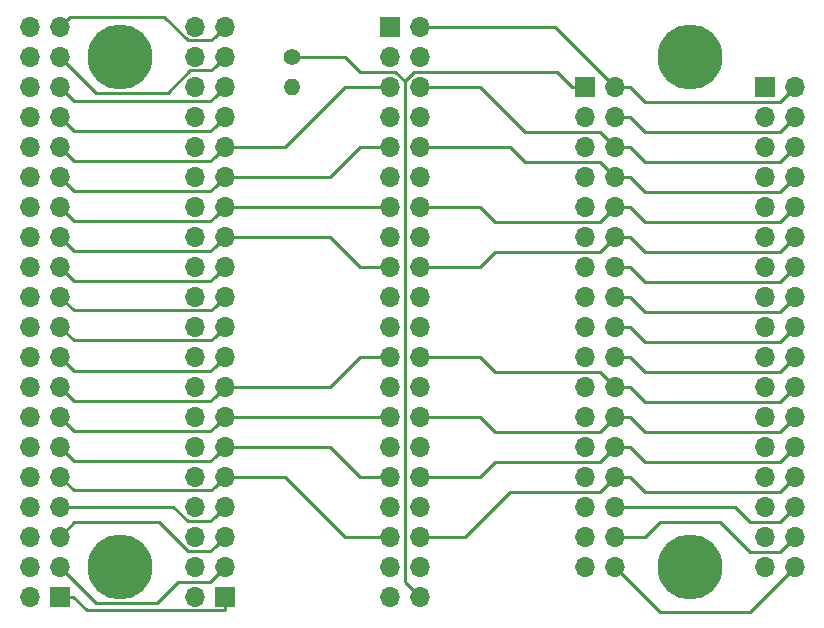
<source format=gbr>
G04 #@! TF.GenerationSoftware,KiCad,Pcbnew,(5.0.0)*
G04 #@! TF.CreationDate,2019-03-31T19:03:55-07:00*
G04 #@! TF.ProjectId,ulx3s_to_adda,756C7833735F746F5F616464612E6B69,rev?*
G04 #@! TF.SameCoordinates,Original*
G04 #@! TF.FileFunction,Copper,L1,Top,Signal*
G04 #@! TF.FilePolarity,Positive*
%FSLAX46Y46*%
G04 Gerber Fmt 4.6, Leading zero omitted, Abs format (unit mm)*
G04 Created by KiCad (PCBNEW (5.0.0)) date 03/31/19 19:03:55*
%MOMM*%
%LPD*%
G01*
G04 APERTURE LIST*
G04 #@! TA.AperFunction,ComponentPad*
%ADD10O,1.400000X1.400000*%
G04 #@! TD*
G04 #@! TA.AperFunction,ComponentPad*
%ADD11C,1.400000*%
G04 #@! TD*
G04 #@! TA.AperFunction,ComponentPad*
%ADD12R,1.700000X1.700000*%
G04 #@! TD*
G04 #@! TA.AperFunction,ComponentPad*
%ADD13O,1.700000X1.700000*%
G04 #@! TD*
G04 #@! TA.AperFunction,ComponentPad*
%ADD14C,5.500000*%
G04 #@! TD*
G04 #@! TA.AperFunction,Conductor*
%ADD15C,0.250000*%
G04 #@! TD*
G04 APERTURE END LIST*
D10*
G04 #@! TO.P,R1,2*
G04 #@! TO.N,/GND37*
X139065000Y-88900000D03*
D11*
G04 #@! TO.P,R1,1*
G04 #@! TO.N,/DCOM*
X139065000Y-86360000D03*
G04 #@! TD*
D12*
G04 #@! TO.P,J5,1*
G04 #@! TO.N,/DCOM*
X179070000Y-88900000D03*
D13*
G04 #@! TO.P,J5,2*
G04 #@! TO.N,/VCC5*
X181610000Y-88900000D03*
G04 #@! TO.P,J5,3*
G04 #@! TO.N,/NC3*
X179070000Y-91440000D03*
G04 #@! TO.P,J5,4*
G04 #@! TO.N,/NC4*
X181610000Y-91440000D03*
G04 #@! TO.P,J5,5*
G04 #@! TO.N,/DADCLK*
X179070000Y-93980000D03*
G04 #@! TO.P,J5,6*
G04 #@! TO.N,/DADB7*
X181610000Y-93980000D03*
G04 #@! TO.P,J5,7*
G04 #@! TO.N,/DADB6*
X179070000Y-96520000D03*
G04 #@! TO.P,J5,8*
G04 #@! TO.N,/DADB5*
X181610000Y-96520000D03*
G04 #@! TO.P,J5,9*
G04 #@! TO.N,/DADB4*
X179070000Y-99060000D03*
G04 #@! TO.P,J5,10*
G04 #@! TO.N,/DADB3*
X181610000Y-99060000D03*
G04 #@! TO.P,J5,11*
G04 #@! TO.N,/DADB2*
X179070000Y-101600000D03*
G04 #@! TO.P,J5,12*
G04 #@! TO.N,/DADB1*
X181610000Y-101600000D03*
G04 #@! TO.P,J5,13*
G04 #@! TO.N,/DADB0*
X179070000Y-104140000D03*
G04 #@! TO.P,J5,14*
G04 #@! TO.N,/NC14*
X181610000Y-104140000D03*
G04 #@! TO.P,J5,15*
G04 #@! TO.N,/NC15*
X179070000Y-106680000D03*
G04 #@! TO.P,J5,16*
G04 #@! TO.N,/NC16*
X181610000Y-106680000D03*
G04 #@! TO.P,J5,17*
G04 #@! TO.N,/NC17*
X179070000Y-109220000D03*
G04 #@! TO.P,J5,18*
G04 #@! TO.N,/NC18*
X181610000Y-109220000D03*
G04 #@! TO.P,J5,19*
G04 #@! TO.N,/NC19*
X179070000Y-111760000D03*
G04 #@! TO.P,J5,20*
G04 #@! TO.N,/NC20*
X181610000Y-111760000D03*
G04 #@! TO.P,J5,21*
G04 #@! TO.N,/ADDB0*
X179070000Y-114300000D03*
G04 #@! TO.P,J5,22*
G04 #@! TO.N,/ADDB1*
X181610000Y-114300000D03*
G04 #@! TO.P,J5,23*
G04 #@! TO.N,/ADDB2*
X179070000Y-116840000D03*
G04 #@! TO.P,J5,24*
G04 #@! TO.N,/ADDB3*
X181610000Y-116840000D03*
G04 #@! TO.P,J5,25*
G04 #@! TO.N,/ADDB4*
X179070000Y-119380000D03*
G04 #@! TO.P,J5,26*
G04 #@! TO.N,/ADDB5*
X181610000Y-119380000D03*
G04 #@! TO.P,J5,27*
G04 #@! TO.N,/ADDB6*
X179070000Y-121920000D03*
G04 #@! TO.P,J5,28*
G04 #@! TO.N,/ADDB7*
X181610000Y-121920000D03*
G04 #@! TO.P,J5,29*
G04 #@! TO.N,/ADCLK*
X179070000Y-124460000D03*
G04 #@! TO.P,J5,30*
G04 #@! TO.N,/NC30*
X181610000Y-124460000D03*
G04 #@! TO.P,J5,31*
G04 #@! TO.N,/NC31*
X179070000Y-127000000D03*
G04 #@! TO.P,J5,32*
G04 #@! TO.N,/NC32*
X181610000Y-127000000D03*
G04 #@! TO.P,J5,33*
G04 #@! TO.N,/NC33*
X179070000Y-129540000D03*
G04 #@! TO.P,J5,34*
G04 #@! TO.N,/NC34*
X181610000Y-129540000D03*
G04 #@! TD*
G04 #@! TO.P,J4,34*
G04 #@! TO.N,/NC34*
X166370000Y-129540000D03*
G04 #@! TO.P,J4,33*
G04 #@! TO.N,/NC33*
X163830000Y-129540000D03*
G04 #@! TO.P,J4,32*
G04 #@! TO.N,/NC32*
X166370000Y-127000000D03*
G04 #@! TO.P,J4,31*
G04 #@! TO.N,/NC31*
X163830000Y-127000000D03*
G04 #@! TO.P,J4,30*
G04 #@! TO.N,/NC30*
X166370000Y-124460000D03*
G04 #@! TO.P,J4,29*
G04 #@! TO.N,/ADCLK*
X163830000Y-124460000D03*
G04 #@! TO.P,J4,28*
G04 #@! TO.N,/ADDB7*
X166370000Y-121920000D03*
G04 #@! TO.P,J4,27*
G04 #@! TO.N,/ADDB6*
X163830000Y-121920000D03*
G04 #@! TO.P,J4,26*
G04 #@! TO.N,/ADDB5*
X166370000Y-119380000D03*
G04 #@! TO.P,J4,25*
G04 #@! TO.N,/ADDB4*
X163830000Y-119380000D03*
G04 #@! TO.P,J4,24*
G04 #@! TO.N,/ADDB3*
X166370000Y-116840000D03*
G04 #@! TO.P,J4,23*
G04 #@! TO.N,/ADDB2*
X163830000Y-116840000D03*
G04 #@! TO.P,J4,22*
G04 #@! TO.N,/ADDB1*
X166370000Y-114300000D03*
G04 #@! TO.P,J4,21*
G04 #@! TO.N,/ADDB0*
X163830000Y-114300000D03*
G04 #@! TO.P,J4,20*
G04 #@! TO.N,/NC20*
X166370000Y-111760000D03*
G04 #@! TO.P,J4,19*
G04 #@! TO.N,/NC19*
X163830000Y-111760000D03*
G04 #@! TO.P,J4,18*
G04 #@! TO.N,/NC18*
X166370000Y-109220000D03*
G04 #@! TO.P,J4,17*
G04 #@! TO.N,/NC17*
X163830000Y-109220000D03*
G04 #@! TO.P,J4,16*
G04 #@! TO.N,/NC16*
X166370000Y-106680000D03*
G04 #@! TO.P,J4,15*
G04 #@! TO.N,/NC15*
X163830000Y-106680000D03*
G04 #@! TO.P,J4,14*
G04 #@! TO.N,/NC14*
X166370000Y-104140000D03*
G04 #@! TO.P,J4,13*
G04 #@! TO.N,/DADB0*
X163830000Y-104140000D03*
G04 #@! TO.P,J4,12*
G04 #@! TO.N,/DADB1*
X166370000Y-101600000D03*
G04 #@! TO.P,J4,11*
G04 #@! TO.N,/DADB2*
X163830000Y-101600000D03*
G04 #@! TO.P,J4,10*
G04 #@! TO.N,/DADB3*
X166370000Y-99060000D03*
G04 #@! TO.P,J4,9*
G04 #@! TO.N,/DADB4*
X163830000Y-99060000D03*
G04 #@! TO.P,J4,8*
G04 #@! TO.N,/DADB5*
X166370000Y-96520000D03*
G04 #@! TO.P,J4,7*
G04 #@! TO.N,/DADB6*
X163830000Y-96520000D03*
G04 #@! TO.P,J4,6*
G04 #@! TO.N,/DADB7*
X166370000Y-93980000D03*
G04 #@! TO.P,J4,5*
G04 #@! TO.N,/DADCLK*
X163830000Y-93980000D03*
G04 #@! TO.P,J4,4*
G04 #@! TO.N,/NC4*
X166370000Y-91440000D03*
G04 #@! TO.P,J4,3*
G04 #@! TO.N,/NC3*
X163830000Y-91440000D03*
G04 #@! TO.P,J4,2*
G04 #@! TO.N,/VCC5*
X166370000Y-88900000D03*
D12*
G04 #@! TO.P,J4,1*
G04 #@! TO.N,/DCOM*
X163830000Y-88900000D03*
G04 #@! TD*
D13*
G04 #@! TO.P,J2,40*
G04 #@! TO.N,/OUT5V*
X130810000Y-83820000D03*
G04 #@! TO.P,J2,39*
G04 #@! TO.N,/IN5V*
X133350000Y-83820000D03*
G04 #@! TO.P,J2,38*
G04 #@! TO.N,/GND38*
X130810000Y-86360000D03*
G04 #@! TO.P,J2,37*
G04 #@! TO.N,/GND37*
X133350000Y-86360000D03*
G04 #@! TO.P,J2,36*
G04 #@! TO.N,/GP27*
X130810000Y-88900000D03*
G04 #@! TO.P,J2,35*
G04 #@! TO.N,/GN27*
X133350000Y-88900000D03*
G04 #@! TO.P,J2,34*
G04 #@! TO.N,/GP26*
X130810000Y-91440000D03*
G04 #@! TO.P,J2,33*
G04 #@! TO.N,/GN26*
X133350000Y-91440000D03*
G04 #@! TO.P,J2,32*
G04 #@! TO.N,/GP25*
X130810000Y-93980000D03*
G04 #@! TO.P,J2,31*
G04 #@! TO.N,/GN25*
X133350000Y-93980000D03*
G04 #@! TO.P,J2,30*
G04 #@! TO.N,/GP24*
X130810000Y-96520000D03*
G04 #@! TO.P,J2,29*
G04 #@! TO.N,/GN24*
X133350000Y-96520000D03*
G04 #@! TO.P,J2,28*
G04 #@! TO.N,/GP23*
X130810000Y-99060000D03*
G04 #@! TO.P,J2,27*
G04 #@! TO.N,/GN23*
X133350000Y-99060000D03*
G04 #@! TO.P,J2,26*
G04 #@! TO.N,/GP22*
X130810000Y-101600000D03*
G04 #@! TO.P,J2,25*
G04 #@! TO.N,/GN22*
X133350000Y-101600000D03*
G04 #@! TO.P,J2,24*
G04 #@! TO.N,/GP21*
X130810000Y-104140000D03*
G04 #@! TO.P,J2,23*
G04 #@! TO.N,/GN21*
X133350000Y-104140000D03*
G04 #@! TO.P,J2,22*
G04 #@! TO.N,/GND22*
X130810000Y-106680000D03*
G04 #@! TO.P,J2,21*
G04 #@! TO.N,/GND21*
X133350000Y-106680000D03*
G04 #@! TO.P,J2,20*
G04 #@! TO.N,/3VP20*
X130810000Y-109220000D03*
G04 #@! TO.P,J2,19*
G04 #@! TO.N,/3VP19*
X133350000Y-109220000D03*
G04 #@! TO.P,J2,18*
G04 #@! TO.N,/GP20*
X130810000Y-111760000D03*
G04 #@! TO.P,J2,17*
G04 #@! TO.N,/GN20*
X133350000Y-111760000D03*
G04 #@! TO.P,J2,16*
G04 #@! TO.N,/GP19*
X130810000Y-114300000D03*
G04 #@! TO.P,J2,15*
G04 #@! TO.N,/GN19*
X133350000Y-114300000D03*
G04 #@! TO.P,J2,14*
G04 #@! TO.N,/GP18*
X130810000Y-116840000D03*
G04 #@! TO.P,J2,13*
G04 #@! TO.N,/GN18*
X133350000Y-116840000D03*
G04 #@! TO.P,J2,12*
G04 #@! TO.N,/GP17*
X130810000Y-119380000D03*
G04 #@! TO.P,J2,11*
G04 #@! TO.N,/GN17*
X133350000Y-119380000D03*
G04 #@! TO.P,J2,10*
G04 #@! TO.N,/GP16*
X130810000Y-121920000D03*
G04 #@! TO.P,J2,9*
G04 #@! TO.N,/GN16*
X133350000Y-121920000D03*
G04 #@! TO.P,J2,8*
G04 #@! TO.N,/GP15*
X130810000Y-124460000D03*
G04 #@! TO.P,J2,7*
G04 #@! TO.N,/GN15*
X133350000Y-124460000D03*
G04 #@! TO.P,J2,6*
G04 #@! TO.N,/GP14*
X130810000Y-127000000D03*
G04 #@! TO.P,J2,5*
G04 #@! TO.N,/GN14*
X133350000Y-127000000D03*
G04 #@! TO.P,J2,4*
G04 #@! TO.N,/GND4*
X130810000Y-129540000D03*
G04 #@! TO.P,J2,3*
G04 #@! TO.N,/GND3*
X133350000Y-129540000D03*
G04 #@! TO.P,J2,2*
G04 #@! TO.N,/3VP2*
X130810000Y-132080000D03*
D12*
G04 #@! TO.P,J2,1*
G04 #@! TO.N,/3VP1*
X133350000Y-132080000D03*
G04 #@! TD*
D13*
G04 #@! TO.P,J1,40*
G04 #@! TO.N,/OUT5V*
X116840000Y-83820000D03*
G04 #@! TO.P,J1,39*
G04 #@! TO.N,/IN5V*
X119380000Y-83820000D03*
G04 #@! TO.P,J1,38*
G04 #@! TO.N,/GND38*
X116840000Y-86360000D03*
G04 #@! TO.P,J1,37*
G04 #@! TO.N,/GND37*
X119380000Y-86360000D03*
G04 #@! TO.P,J1,36*
G04 #@! TO.N,/GP27*
X116840000Y-88900000D03*
G04 #@! TO.P,J1,35*
G04 #@! TO.N,/GN27*
X119380000Y-88900000D03*
G04 #@! TO.P,J1,34*
G04 #@! TO.N,/GP26*
X116840000Y-91440000D03*
G04 #@! TO.P,J1,33*
G04 #@! TO.N,/GN26*
X119380000Y-91440000D03*
G04 #@! TO.P,J1,32*
G04 #@! TO.N,/GP25*
X116840000Y-93980000D03*
G04 #@! TO.P,J1,31*
G04 #@! TO.N,/GN25*
X119380000Y-93980000D03*
G04 #@! TO.P,J1,30*
G04 #@! TO.N,/GP24*
X116840000Y-96520000D03*
G04 #@! TO.P,J1,29*
G04 #@! TO.N,/GN24*
X119380000Y-96520000D03*
G04 #@! TO.P,J1,28*
G04 #@! TO.N,/GP23*
X116840000Y-99060000D03*
G04 #@! TO.P,J1,27*
G04 #@! TO.N,/GN23*
X119380000Y-99060000D03*
G04 #@! TO.P,J1,26*
G04 #@! TO.N,/GP22*
X116840000Y-101600000D03*
G04 #@! TO.P,J1,25*
G04 #@! TO.N,/GN22*
X119380000Y-101600000D03*
G04 #@! TO.P,J1,24*
G04 #@! TO.N,/GP21*
X116840000Y-104140000D03*
G04 #@! TO.P,J1,23*
G04 #@! TO.N,/GN21*
X119380000Y-104140000D03*
G04 #@! TO.P,J1,22*
G04 #@! TO.N,/GND22*
X116840000Y-106680000D03*
G04 #@! TO.P,J1,21*
G04 #@! TO.N,/GND21*
X119380000Y-106680000D03*
G04 #@! TO.P,J1,20*
G04 #@! TO.N,/3VP20*
X116840000Y-109220000D03*
G04 #@! TO.P,J1,19*
G04 #@! TO.N,/3VP19*
X119380000Y-109220000D03*
G04 #@! TO.P,J1,18*
G04 #@! TO.N,/GP20*
X116840000Y-111760000D03*
G04 #@! TO.P,J1,17*
G04 #@! TO.N,/GN20*
X119380000Y-111760000D03*
G04 #@! TO.P,J1,16*
G04 #@! TO.N,/GP19*
X116840000Y-114300000D03*
G04 #@! TO.P,J1,15*
G04 #@! TO.N,/GN19*
X119380000Y-114300000D03*
G04 #@! TO.P,J1,14*
G04 #@! TO.N,/GP18*
X116840000Y-116840000D03*
G04 #@! TO.P,J1,13*
G04 #@! TO.N,/GN18*
X119380000Y-116840000D03*
G04 #@! TO.P,J1,12*
G04 #@! TO.N,/GP17*
X116840000Y-119380000D03*
G04 #@! TO.P,J1,11*
G04 #@! TO.N,/GN17*
X119380000Y-119380000D03*
G04 #@! TO.P,J1,10*
G04 #@! TO.N,/GP16*
X116840000Y-121920000D03*
G04 #@! TO.P,J1,9*
G04 #@! TO.N,/GN16*
X119380000Y-121920000D03*
G04 #@! TO.P,J1,8*
G04 #@! TO.N,/GP15*
X116840000Y-124460000D03*
G04 #@! TO.P,J1,7*
G04 #@! TO.N,/GN15*
X119380000Y-124460000D03*
G04 #@! TO.P,J1,6*
G04 #@! TO.N,/GP14*
X116840000Y-127000000D03*
G04 #@! TO.P,J1,5*
G04 #@! TO.N,/GN14*
X119380000Y-127000000D03*
G04 #@! TO.P,J1,4*
G04 #@! TO.N,/GND4*
X116840000Y-129540000D03*
G04 #@! TO.P,J1,3*
G04 #@! TO.N,/GND3*
X119380000Y-129540000D03*
G04 #@! TO.P,J1,2*
G04 #@! TO.N,/3VP2*
X116840000Y-132080000D03*
D12*
G04 #@! TO.P,J1,1*
G04 #@! TO.N,/3VP1*
X119380000Y-132080000D03*
G04 #@! TD*
G04 #@! TO.P,J3,1*
G04 #@! TO.N,/OUT5V*
X147320000Y-83820000D03*
D13*
G04 #@! TO.P,J3,2*
G04 #@! TO.N,/VCC5*
X149860000Y-83820000D03*
G04 #@! TO.P,J3,3*
G04 #@! TO.N,/GP25*
X147320000Y-86360000D03*
G04 #@! TO.P,J3,4*
G04 #@! TO.N,/DADCLK*
X149860000Y-86360000D03*
G04 #@! TO.P,J3,5*
G04 #@! TO.N,/GN25*
X147320000Y-88900000D03*
G04 #@! TO.P,J3,6*
G04 #@! TO.N,/DADB7*
X149860000Y-88900000D03*
G04 #@! TO.P,J3,7*
G04 #@! TO.N,/GP24*
X147320000Y-91440000D03*
G04 #@! TO.P,J3,8*
G04 #@! TO.N,/DADB6*
X149860000Y-91440000D03*
G04 #@! TO.P,J3,9*
G04 #@! TO.N,/GN24*
X147320000Y-93980000D03*
G04 #@! TO.P,J3,10*
G04 #@! TO.N,/DADB5*
X149860000Y-93980000D03*
G04 #@! TO.P,J3,11*
G04 #@! TO.N,/GP23*
X147320000Y-96520000D03*
G04 #@! TO.P,J3,12*
G04 #@! TO.N,/DADB4*
X149860000Y-96520000D03*
G04 #@! TO.P,J3,13*
G04 #@! TO.N,/GN23*
X147320000Y-99060000D03*
G04 #@! TO.P,J3,14*
G04 #@! TO.N,/DADB3*
X149860000Y-99060000D03*
G04 #@! TO.P,J3,15*
G04 #@! TO.N,/GP22*
X147320000Y-101600000D03*
G04 #@! TO.P,J3,16*
G04 #@! TO.N,/DADB2*
X149860000Y-101600000D03*
G04 #@! TO.P,J3,17*
G04 #@! TO.N,/GN22*
X147320000Y-104140000D03*
G04 #@! TO.P,J3,18*
G04 #@! TO.N,/DADB1*
X149860000Y-104140000D03*
G04 #@! TO.P,J3,19*
G04 #@! TO.N,/GP21*
X147320000Y-106680000D03*
G04 #@! TO.P,J3,20*
G04 #@! TO.N,/DADB0*
X149860000Y-106680000D03*
G04 #@! TO.P,J3,21*
G04 #@! TO.N,/GP19*
X147320000Y-109220000D03*
G04 #@! TO.P,J3,22*
G04 #@! TO.N,/ADDB0*
X149860000Y-109220000D03*
G04 #@! TO.P,J3,23*
G04 #@! TO.N,/GN19*
X147320000Y-111760000D03*
G04 #@! TO.P,J3,24*
G04 #@! TO.N,/ADDB1*
X149860000Y-111760000D03*
G04 #@! TO.P,J3,25*
G04 #@! TO.N,/GP18*
X147320000Y-114300000D03*
G04 #@! TO.P,J3,26*
G04 #@! TO.N,/ADDB2*
X149860000Y-114300000D03*
G04 #@! TO.P,J3,27*
G04 #@! TO.N,/GN18*
X147320000Y-116840000D03*
G04 #@! TO.P,J3,28*
G04 #@! TO.N,/ADDB3*
X149860000Y-116840000D03*
G04 #@! TO.P,J3,29*
G04 #@! TO.N,/GP17*
X147320000Y-119380000D03*
G04 #@! TO.P,J3,30*
G04 #@! TO.N,/ADDB4*
X149860000Y-119380000D03*
G04 #@! TO.P,J3,31*
G04 #@! TO.N,/GN17*
X147320000Y-121920000D03*
G04 #@! TO.P,J3,32*
G04 #@! TO.N,/ADDB5*
X149860000Y-121920000D03*
G04 #@! TO.P,J3,33*
G04 #@! TO.N,/GP16*
X147320000Y-124460000D03*
G04 #@! TO.P,J3,34*
G04 #@! TO.N,/ADDB6*
X149860000Y-124460000D03*
G04 #@! TO.P,J3,35*
G04 #@! TO.N,/GN16*
X147320000Y-127000000D03*
G04 #@! TO.P,J3,36*
G04 #@! TO.N,/ADDB7*
X149860000Y-127000000D03*
G04 #@! TO.P,J3,37*
G04 #@! TO.N,/GP15*
X147320000Y-129540000D03*
G04 #@! TO.P,J3,38*
G04 #@! TO.N,/ADCLK*
X149860000Y-129540000D03*
G04 #@! TO.P,J3,39*
G04 #@! TO.N,/GND3*
X147320000Y-132080000D03*
G04 #@! TO.P,J3,40*
G04 #@! TO.N,/DCOM*
X149860000Y-132080000D03*
G04 #@! TD*
D14*
G04 #@! TO.P,MH1,1*
G04 #@! TO.N,N/C*
X124460000Y-86360000D03*
G04 #@! TD*
G04 #@! TO.P,MH4,2*
G04 #@! TO.N,N/C*
X124460000Y-129540000D03*
G04 #@! TD*
G04 #@! TO.P,MH3,3*
G04 #@! TO.N,N/C*
X172720000Y-129540000D03*
G04 #@! TD*
G04 #@! TO.P,MH2,4*
G04 #@! TO.N,N/C*
X172720000Y-86360000D03*
G04 #@! TD*
D15*
G04 #@! TO.N,/NC34*
X166370000Y-129540000D02*
X170180000Y-133350000D01*
X170180000Y-133350000D02*
X177800000Y-133350000D01*
X177800000Y-133350000D02*
X181610000Y-129540000D01*
G04 #@! TO.N,/NC32*
X166370000Y-127000000D02*
X168910000Y-127000000D01*
X168910000Y-127000000D02*
X170180000Y-125730000D01*
X170180000Y-125730000D02*
X175260000Y-125730000D01*
X175260000Y-125730000D02*
X177800000Y-128270000D01*
X177800000Y-128270000D02*
X180340000Y-128270000D01*
X180340000Y-128270000D02*
X181610000Y-127000000D01*
G04 #@! TO.N,/NC30*
X166370000Y-124460000D02*
X176530000Y-124460000D01*
X176530000Y-124460000D02*
X177800000Y-125730000D01*
X180340000Y-125730000D02*
X181610000Y-124460000D01*
X177800000Y-125730000D02*
X180340000Y-125730000D01*
G04 #@! TO.N,/ADDB7*
X166370000Y-121920000D02*
X167640000Y-121920000D01*
X167640000Y-121920000D02*
X168910000Y-123190000D01*
X180340000Y-123190000D02*
X181610000Y-121920000D01*
X168910000Y-123190000D02*
X180340000Y-123190000D01*
X165100000Y-123190000D02*
X166370000Y-121920000D01*
X165100000Y-123190000D02*
X157480000Y-123190000D01*
X157480000Y-123190000D02*
X153670000Y-127000000D01*
X153670000Y-127000000D02*
X149860000Y-127000000D01*
G04 #@! TO.N,/ADDB5*
X166370000Y-119380000D02*
X167640000Y-119380000D01*
X167640000Y-119380000D02*
X168910000Y-120650000D01*
X180340000Y-120650000D02*
X181610000Y-119380000D01*
X168910000Y-120650000D02*
X180340000Y-120650000D01*
X149860000Y-121920000D02*
X154940000Y-121920000D01*
X154940000Y-121920000D02*
X156210000Y-120650000D01*
X156210000Y-120650000D02*
X165100000Y-120650000D01*
X165100000Y-120650000D02*
X166370000Y-119380000D01*
G04 #@! TO.N,/ADDB3*
X166370000Y-116840000D02*
X167640000Y-116840000D01*
X167640000Y-116840000D02*
X168910000Y-118110000D01*
X180340000Y-118110000D02*
X181610000Y-116840000D01*
X168910000Y-118110000D02*
X180340000Y-118110000D01*
X149860000Y-116840000D02*
X154940000Y-116840000D01*
X154940000Y-116840000D02*
X156210000Y-118110000D01*
X156210000Y-118110000D02*
X165100000Y-118110000D01*
X165100000Y-118110000D02*
X166370000Y-116840000D01*
G04 #@! TO.N,/ADDB1*
X166370000Y-114300000D02*
X167640000Y-114300000D01*
X167640000Y-114300000D02*
X168910000Y-115570000D01*
X180340000Y-115570000D02*
X181610000Y-114300000D01*
X168910000Y-115570000D02*
X180340000Y-115570000D01*
X149860000Y-111760000D02*
X154940000Y-111760000D01*
X154940000Y-111760000D02*
X156210000Y-113030000D01*
X165100000Y-113030000D02*
X166370000Y-114300000D01*
X156210000Y-113030000D02*
X165100000Y-113030000D01*
G04 #@! TO.N,/NC20*
X166370000Y-111760000D02*
X167640000Y-111760000D01*
X167640000Y-111760000D02*
X168910000Y-113030000D01*
X168910000Y-113030000D02*
X180340000Y-113030000D01*
X180340000Y-113030000D02*
X181610000Y-111760000D01*
G04 #@! TO.N,/NC18*
X166370000Y-109220000D02*
X167640000Y-109220000D01*
X167640000Y-109220000D02*
X168910000Y-110490000D01*
X180340000Y-110490000D02*
X181610000Y-109220000D01*
X168910000Y-110490000D02*
X180340000Y-110490000D01*
G04 #@! TO.N,/NC16*
X166370000Y-106680000D02*
X167640000Y-106680000D01*
X167640000Y-106680000D02*
X168910000Y-107950000D01*
X180340000Y-107950000D02*
X181610000Y-106680000D01*
X168910000Y-107950000D02*
X180340000Y-107950000D01*
G04 #@! TO.N,/NC14*
X166370000Y-104140000D02*
X167640000Y-104140000D01*
X167640000Y-104140000D02*
X168910000Y-105410000D01*
X180340000Y-105410000D02*
X181610000Y-104140000D01*
X168910000Y-105410000D02*
X180340000Y-105410000D01*
G04 #@! TO.N,/DADB1*
X165100000Y-102870000D02*
X166370000Y-101600000D01*
X156210000Y-102870000D02*
X165100000Y-102870000D01*
X149860000Y-104140000D02*
X154940000Y-104140000D01*
X154940000Y-104140000D02*
X156210000Y-102870000D01*
X166370000Y-101600000D02*
X167640000Y-101600000D01*
X167640000Y-101600000D02*
X168910000Y-102870000D01*
X180340000Y-102870000D02*
X181610000Y-101600000D01*
X168910000Y-102870000D02*
X180340000Y-102870000D01*
G04 #@! TO.N,/DADB3*
X149860000Y-99060000D02*
X154940000Y-99060000D01*
X154940000Y-99060000D02*
X156210000Y-100330000D01*
X165100000Y-100330000D02*
X166370000Y-99060000D01*
X156210000Y-100330000D02*
X165100000Y-100330000D01*
X166370000Y-99060000D02*
X167640000Y-99060000D01*
X167640000Y-99060000D02*
X168910000Y-100330000D01*
X180340000Y-100330000D02*
X181610000Y-99060000D01*
X168910000Y-100330000D02*
X180340000Y-100330000D01*
G04 #@! TO.N,/DADB5*
X149860000Y-93980000D02*
X157480000Y-93980000D01*
X157480000Y-93980000D02*
X158750000Y-95250000D01*
X165100000Y-95250000D02*
X166370000Y-96520000D01*
X158750000Y-95250000D02*
X165100000Y-95250000D01*
X166370000Y-96520000D02*
X167640000Y-96520000D01*
X167640000Y-96520000D02*
X168910000Y-97790000D01*
X180340000Y-97790000D02*
X181610000Y-96520000D01*
X168910000Y-97790000D02*
X180340000Y-97790000D01*
G04 #@! TO.N,/DADB7*
X149860000Y-88900000D02*
X154940000Y-88900000D01*
X154940000Y-88900000D02*
X158750000Y-92710000D01*
X165100000Y-92710000D02*
X166370000Y-93980000D01*
X158750000Y-92710000D02*
X165100000Y-92710000D01*
X166370000Y-93980000D02*
X167640000Y-93980000D01*
X167640000Y-93980000D02*
X168910000Y-95250000D01*
X180340000Y-95250000D02*
X181610000Y-93980000D01*
X168910000Y-95250000D02*
X180340000Y-95250000D01*
G04 #@! TO.N,/NC4*
X166370000Y-91440000D02*
X167640000Y-91440000D01*
X167640000Y-91440000D02*
X168910000Y-92710000D01*
X180340000Y-92710000D02*
X181610000Y-91440000D01*
X168910000Y-92710000D02*
X180340000Y-92710000D01*
G04 #@! TO.N,/VCC5*
X161290000Y-83820000D02*
X166370000Y-88900000D01*
X149860000Y-83820000D02*
X161290000Y-83820000D01*
X166370000Y-88900000D02*
X167640000Y-88900000D01*
X167640000Y-88900000D02*
X168910000Y-90170000D01*
X180340000Y-90170000D02*
X181610000Y-88900000D01*
X168910000Y-90170000D02*
X180340000Y-90170000D01*
G04 #@! TO.N,/DCOM*
X148590000Y-130810000D02*
X149860000Y-132080000D01*
X148590000Y-88430998D02*
X148590000Y-130810000D01*
X149390998Y-87630000D02*
X148590000Y-88430998D01*
X161460000Y-87630000D02*
X149390998Y-87630000D01*
X163830000Y-88900000D02*
X162730000Y-88900000D01*
X162730000Y-88900000D02*
X161460000Y-87630000D01*
X147789002Y-87630000D02*
X148590000Y-88430998D01*
X144780000Y-87630000D02*
X147789002Y-87630000D01*
X143510000Y-86360000D02*
X144780000Y-87630000D01*
X139065000Y-86360000D02*
X143510000Y-86360000D01*
G04 #@! TO.N,/IN5V*
X132500001Y-84669999D02*
X133350000Y-83820000D01*
X132174999Y-84995001D02*
X132500001Y-84669999D01*
X130245999Y-84995001D02*
X132174999Y-84995001D01*
X128220999Y-82970001D02*
X130245999Y-84995001D01*
X120229999Y-82970001D02*
X128220999Y-82970001D01*
X119380000Y-83820000D02*
X120229999Y-82970001D01*
G04 #@! TO.N,/GN27*
X132500001Y-89749999D02*
X133350000Y-88900000D01*
X132124999Y-90125001D02*
X132500001Y-89749999D01*
X120605001Y-90125001D02*
X132124999Y-90125001D01*
X119380000Y-88900000D02*
X120605001Y-90125001D01*
G04 #@! TO.N,/GN26*
X132500001Y-92289999D02*
X133350000Y-91440000D01*
X132124999Y-92665001D02*
X132500001Y-92289999D01*
X120605001Y-92665001D02*
X132124999Y-92665001D01*
X119380000Y-91440000D02*
X120605001Y-92665001D01*
G04 #@! TO.N,/GN25*
X132500001Y-94829999D02*
X133350000Y-93980000D01*
X132124999Y-95205001D02*
X132500001Y-94829999D01*
X120605001Y-95205001D02*
X132124999Y-95205001D01*
X119380000Y-93980000D02*
X120605001Y-95205001D01*
X133350000Y-93980000D02*
X138430000Y-93980000D01*
X138430000Y-93980000D02*
X143510000Y-88900000D01*
X143510000Y-88900000D02*
X147320000Y-88900000D01*
G04 #@! TO.N,/GN24*
X132500001Y-97369999D02*
X133350000Y-96520000D01*
X132124999Y-97745001D02*
X132500001Y-97369999D01*
X120605001Y-97745001D02*
X132124999Y-97745001D01*
X119380000Y-96520000D02*
X120605001Y-97745001D01*
X146117919Y-93980000D02*
X147320000Y-93980000D01*
X144780000Y-93980000D02*
X146117919Y-93980000D01*
X142240000Y-96520000D02*
X144780000Y-93980000D01*
X133350000Y-96520000D02*
X142240000Y-96520000D01*
G04 #@! TO.N,/GN23*
X132500001Y-99909999D02*
X133350000Y-99060000D01*
X132124999Y-100285001D02*
X132500001Y-99909999D01*
X120605001Y-100285001D02*
X132124999Y-100285001D01*
X119380000Y-99060000D02*
X120605001Y-100285001D01*
X133350000Y-99060000D02*
X147320000Y-99060000D01*
G04 #@! TO.N,/GN22*
X132500001Y-102449999D02*
X133350000Y-101600000D01*
X132124999Y-102825001D02*
X132500001Y-102449999D01*
X120605001Y-102825001D02*
X132124999Y-102825001D01*
X119380000Y-101600000D02*
X120605001Y-102825001D01*
X133350000Y-101600000D02*
X142240000Y-101600000D01*
X142240000Y-101600000D02*
X144780000Y-104140000D01*
X144780000Y-104140000D02*
X147320000Y-104140000D01*
G04 #@! TO.N,/GN21*
X132500001Y-104989999D02*
X133350000Y-104140000D01*
X132124999Y-105365001D02*
X132500001Y-104989999D01*
X120605001Y-105365001D02*
X132124999Y-105365001D01*
X119380000Y-104140000D02*
X120605001Y-105365001D01*
G04 #@! TO.N,/GN20*
X132500001Y-112609999D02*
X133350000Y-111760000D01*
X132124999Y-112985001D02*
X132500001Y-112609999D01*
X120605001Y-112985001D02*
X132124999Y-112985001D01*
X119380000Y-111760000D02*
X120605001Y-112985001D01*
G04 #@! TO.N,/GN19*
X132500001Y-115149999D02*
X133350000Y-114300000D01*
X132124999Y-115525001D02*
X132500001Y-115149999D01*
X120605001Y-115525001D02*
X132124999Y-115525001D01*
X119380000Y-114300000D02*
X120605001Y-115525001D01*
X133350000Y-114300000D02*
X142240000Y-114300000D01*
X142240000Y-114300000D02*
X144780000Y-111760000D01*
X144780000Y-111760000D02*
X147320000Y-111760000D01*
G04 #@! TO.N,/GN18*
X132500001Y-117689999D02*
X133350000Y-116840000D01*
X132124999Y-118065001D02*
X132500001Y-117689999D01*
X120605001Y-118065001D02*
X132124999Y-118065001D01*
X119380000Y-116840000D02*
X120605001Y-118065001D01*
X133350000Y-116840000D02*
X147320000Y-116840000D01*
G04 #@! TO.N,/GN17*
X132500001Y-120229999D02*
X133350000Y-119380000D01*
X132124999Y-120605001D02*
X132500001Y-120229999D01*
X120605001Y-120605001D02*
X132124999Y-120605001D01*
X119380000Y-119380000D02*
X120605001Y-120605001D01*
X133350000Y-119380000D02*
X142240000Y-119380000D01*
X142240000Y-119380000D02*
X144780000Y-121920000D01*
X144780000Y-121920000D02*
X147320000Y-121920000D01*
G04 #@! TO.N,/GN16*
X132500001Y-122769999D02*
X133350000Y-121920000D01*
X132174999Y-123095001D02*
X132500001Y-122769999D01*
X120555001Y-123095001D02*
X132174999Y-123095001D01*
X119380000Y-121920000D02*
X120555001Y-123095001D01*
X133350000Y-121920000D02*
X138430000Y-121920000D01*
X138430000Y-121920000D02*
X143510000Y-127000000D01*
X143510000Y-127000000D02*
X147320000Y-127000000D01*
G04 #@! TO.N,/GN15*
X132500001Y-125309999D02*
X133350000Y-124460000D01*
X132124999Y-125685001D02*
X132500001Y-125309999D01*
X130221999Y-125685001D02*
X132124999Y-125685001D01*
X128996998Y-124460000D02*
X130221999Y-125685001D01*
X119380000Y-124460000D02*
X128996998Y-124460000D01*
G04 #@! TO.N,/GN14*
X132500001Y-127849999D02*
X133350000Y-127000000D01*
X132124999Y-128225001D02*
X132500001Y-127849999D01*
X130221999Y-128225001D02*
X132124999Y-128225001D01*
X127771997Y-125774999D02*
X130221999Y-128225001D01*
X120605001Y-125774999D02*
X127771997Y-125774999D01*
X119380000Y-127000000D02*
X120605001Y-125774999D01*
G04 #@! TO.N,/GND37*
X132500001Y-87209999D02*
X133350000Y-86360000D01*
X132174999Y-87535001D02*
X132500001Y-87209999D01*
X130435997Y-87535001D02*
X132174999Y-87535001D01*
X128535997Y-89435001D02*
X130435997Y-87535001D01*
X122455001Y-89435001D02*
X128535997Y-89435001D01*
X119380000Y-86360000D02*
X122455001Y-89435001D01*
G04 #@! TO.N,/GND21*
X132500001Y-107529999D02*
X133350000Y-106680000D01*
X132174999Y-107855001D02*
X132500001Y-107529999D01*
X120555001Y-107855001D02*
X132174999Y-107855001D01*
X119380000Y-106680000D02*
X120555001Y-107855001D01*
G04 #@! TO.N,/3VP19*
X132500001Y-110069999D02*
X133350000Y-109220000D01*
X132174999Y-110395001D02*
X132500001Y-110069999D01*
X120555001Y-110395001D02*
X132174999Y-110395001D01*
X119380000Y-109220000D02*
X120555001Y-110395001D01*
G04 #@! TO.N,/GND3*
X119380000Y-129540000D02*
X122455001Y-132615001D01*
X129440001Y-130810000D02*
X127635000Y-132615001D01*
X132080000Y-130810000D02*
X129440001Y-130810000D01*
X133350000Y-129540000D02*
X132080000Y-130810000D01*
X122455001Y-132615001D02*
X127635000Y-132615001D01*
G04 #@! TO.N,/3VP1*
X133350000Y-133180000D02*
X133350000Y-132080000D01*
X133274999Y-133255001D02*
X133350000Y-133180000D01*
X121655001Y-133255001D02*
X133274999Y-133255001D01*
X120480000Y-132080000D02*
X121655001Y-133255001D01*
X119380000Y-132080000D02*
X120480000Y-132080000D01*
G04 #@! TD*
M02*

</source>
